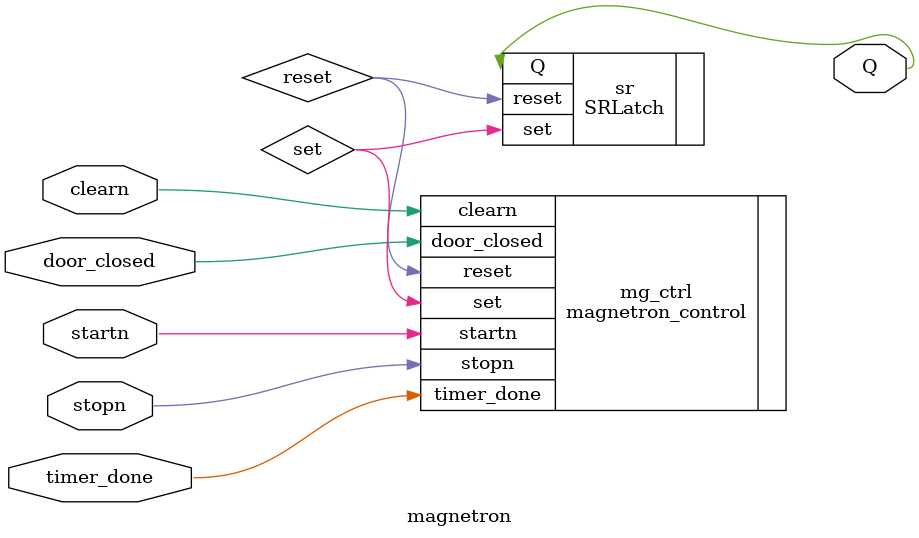
<source format=v>
`include "Magnetron/Logic/magnetron_control.v"
`include "Magnetron/SRLatch/SRLatch.v"

module magnetron(input wire startn,input wire stopn,input wire clearn,input wire door_closed,input wire timer_done,output wire Q);
  wire set;
  wire reset;
  
  magnetron_control mg_ctrl(.startn(startn),.stopn(stopn),.clearn(clearn),.door_closed(door_closed),.timer_done(timer_done),.set(set),.reset(reset));
  
  SRLatch sr(.set(set),.reset(reset),.Q(Q));
  
endmodule
</source>
